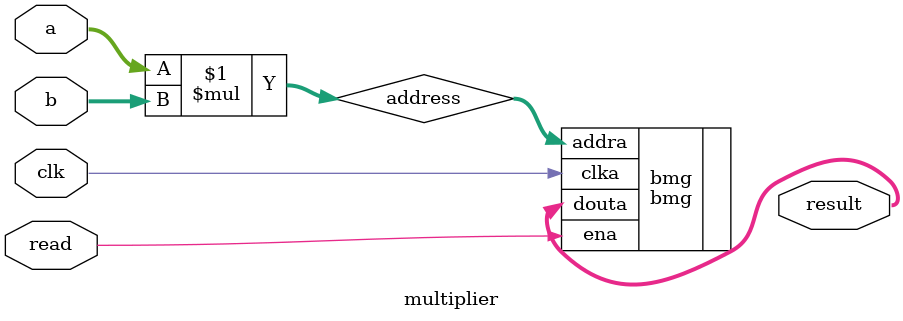
<source format=v>

module multiplier (
	input clk,
	input [2:0] a,
	input [2:0] b,
	input read,
	output [4:0] result
	);
	
	wire [4:0] address;
	assign address = a*b;
	
	bmg bmg (
		.clka(clk),    // input wire clka
		.ena(read),      // input wire ena
		.addra(address),  // input wire [3 : 0] addra
		.douta(result)  // output wire [15 : 0] douta
		);
	
endmodule


</source>
